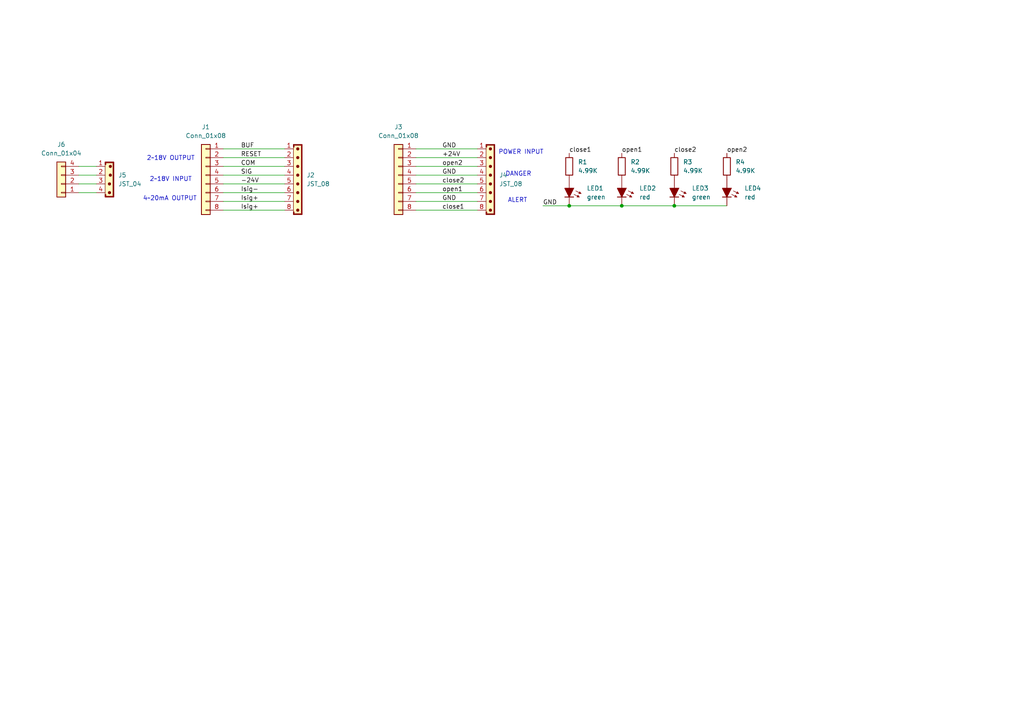
<source format=kicad_sch>
(kicad_sch
	(version 20250114)
	(generator "eeschema")
	(generator_version "9.0")
	(uuid "1bcedf79-0d27-457f-9573-c8c770370871")
	(paper "A4")
	(lib_symbols
		(symbol "Connector_Generic:Conn_01x04"
			(pin_names
				(offset 1.016)
				(hide yes)
			)
			(exclude_from_sim no)
			(in_bom yes)
			(on_board yes)
			(property "Reference" "J"
				(at 0 5.08 0)
				(effects
					(font
						(size 1.27 1.27)
					)
				)
			)
			(property "Value" "Conn_01x04"
				(at 0 -7.62 0)
				(effects
					(font
						(size 1.27 1.27)
					)
				)
			)
			(property "Footprint" ""
				(at 0 0 0)
				(effects
					(font
						(size 1.27 1.27)
					)
					(hide yes)
				)
			)
			(property "Datasheet" "~"
				(at 0 0 0)
				(effects
					(font
						(size 1.27 1.27)
					)
					(hide yes)
				)
			)
			(property "Description" "Generic connector, single row, 01x04, script generated (kicad-library-utils/schlib/autogen/connector/)"
				(at 0 0 0)
				(effects
					(font
						(size 1.27 1.27)
					)
					(hide yes)
				)
			)
			(property "ki_keywords" "connector"
				(at 0 0 0)
				(effects
					(font
						(size 1.27 1.27)
					)
					(hide yes)
				)
			)
			(property "ki_fp_filters" "Connector*:*_1x??_*"
				(at 0 0 0)
				(effects
					(font
						(size 1.27 1.27)
					)
					(hide yes)
				)
			)
			(symbol "Conn_01x04_1_1"
				(rectangle
					(start -1.27 3.81)
					(end 1.27 -6.35)
					(stroke
						(width 0.254)
						(type default)
					)
					(fill
						(type background)
					)
				)
				(rectangle
					(start -1.27 2.667)
					(end 0 2.413)
					(stroke
						(width 0.1524)
						(type default)
					)
					(fill
						(type none)
					)
				)
				(rectangle
					(start -1.27 0.127)
					(end 0 -0.127)
					(stroke
						(width 0.1524)
						(type default)
					)
					(fill
						(type none)
					)
				)
				(rectangle
					(start -1.27 -2.413)
					(end 0 -2.667)
					(stroke
						(width 0.1524)
						(type default)
					)
					(fill
						(type none)
					)
				)
				(rectangle
					(start -1.27 -4.953)
					(end 0 -5.207)
					(stroke
						(width 0.1524)
						(type default)
					)
					(fill
						(type none)
					)
				)
				(pin passive line
					(at -5.08 2.54 0)
					(length 3.81)
					(name "Pin_1"
						(effects
							(font
								(size 1.27 1.27)
							)
						)
					)
					(number "1"
						(effects
							(font
								(size 1.27 1.27)
							)
						)
					)
				)
				(pin passive line
					(at -5.08 0 0)
					(length 3.81)
					(name "Pin_2"
						(effects
							(font
								(size 1.27 1.27)
							)
						)
					)
					(number "2"
						(effects
							(font
								(size 1.27 1.27)
							)
						)
					)
				)
				(pin passive line
					(at -5.08 -2.54 0)
					(length 3.81)
					(name "Pin_3"
						(effects
							(font
								(size 1.27 1.27)
							)
						)
					)
					(number "3"
						(effects
							(font
								(size 1.27 1.27)
							)
						)
					)
				)
				(pin passive line
					(at -5.08 -5.08 0)
					(length 3.81)
					(name "Pin_4"
						(effects
							(font
								(size 1.27 1.27)
							)
						)
					)
					(number "4"
						(effects
							(font
								(size 1.27 1.27)
							)
						)
					)
				)
			)
			(embedded_fonts no)
		)
		(symbol "Connector_Generic:Conn_01x08"
			(pin_names
				(offset 1.016)
				(hide yes)
			)
			(exclude_from_sim no)
			(in_bom yes)
			(on_board yes)
			(property "Reference" "J"
				(at 0 10.16 0)
				(effects
					(font
						(size 1.27 1.27)
					)
				)
			)
			(property "Value" "Conn_01x08"
				(at 0 -12.7 0)
				(effects
					(font
						(size 1.27 1.27)
					)
				)
			)
			(property "Footprint" ""
				(at 0 0 0)
				(effects
					(font
						(size 1.27 1.27)
					)
					(hide yes)
				)
			)
			(property "Datasheet" "~"
				(at 0 0 0)
				(effects
					(font
						(size 1.27 1.27)
					)
					(hide yes)
				)
			)
			(property "Description" "Generic connector, single row, 01x08, script generated (kicad-library-utils/schlib/autogen/connector/)"
				(at 0 0 0)
				(effects
					(font
						(size 1.27 1.27)
					)
					(hide yes)
				)
			)
			(property "ki_keywords" "connector"
				(at 0 0 0)
				(effects
					(font
						(size 1.27 1.27)
					)
					(hide yes)
				)
			)
			(property "ki_fp_filters" "Connector*:*_1x??_*"
				(at 0 0 0)
				(effects
					(font
						(size 1.27 1.27)
					)
					(hide yes)
				)
			)
			(symbol "Conn_01x08_1_1"
				(rectangle
					(start -1.27 8.89)
					(end 1.27 -11.43)
					(stroke
						(width 0.254)
						(type default)
					)
					(fill
						(type background)
					)
				)
				(rectangle
					(start -1.27 7.747)
					(end 0 7.493)
					(stroke
						(width 0.1524)
						(type default)
					)
					(fill
						(type none)
					)
				)
				(rectangle
					(start -1.27 5.207)
					(end 0 4.953)
					(stroke
						(width 0.1524)
						(type default)
					)
					(fill
						(type none)
					)
				)
				(rectangle
					(start -1.27 2.667)
					(end 0 2.413)
					(stroke
						(width 0.1524)
						(type default)
					)
					(fill
						(type none)
					)
				)
				(rectangle
					(start -1.27 0.127)
					(end 0 -0.127)
					(stroke
						(width 0.1524)
						(type default)
					)
					(fill
						(type none)
					)
				)
				(rectangle
					(start -1.27 -2.413)
					(end 0 -2.667)
					(stroke
						(width 0.1524)
						(type default)
					)
					(fill
						(type none)
					)
				)
				(rectangle
					(start -1.27 -4.953)
					(end 0 -5.207)
					(stroke
						(width 0.1524)
						(type default)
					)
					(fill
						(type none)
					)
				)
				(rectangle
					(start -1.27 -7.493)
					(end 0 -7.747)
					(stroke
						(width 0.1524)
						(type default)
					)
					(fill
						(type none)
					)
				)
				(rectangle
					(start -1.27 -10.033)
					(end 0 -10.287)
					(stroke
						(width 0.1524)
						(type default)
					)
					(fill
						(type none)
					)
				)
				(pin passive line
					(at -5.08 7.62 0)
					(length 3.81)
					(name "Pin_1"
						(effects
							(font
								(size 1.27 1.27)
							)
						)
					)
					(number "1"
						(effects
							(font
								(size 1.27 1.27)
							)
						)
					)
				)
				(pin passive line
					(at -5.08 5.08 0)
					(length 3.81)
					(name "Pin_2"
						(effects
							(font
								(size 1.27 1.27)
							)
						)
					)
					(number "2"
						(effects
							(font
								(size 1.27 1.27)
							)
						)
					)
				)
				(pin passive line
					(at -5.08 2.54 0)
					(length 3.81)
					(name "Pin_3"
						(effects
							(font
								(size 1.27 1.27)
							)
						)
					)
					(number "3"
						(effects
							(font
								(size 1.27 1.27)
							)
						)
					)
				)
				(pin passive line
					(at -5.08 0 0)
					(length 3.81)
					(name "Pin_4"
						(effects
							(font
								(size 1.27 1.27)
							)
						)
					)
					(number "4"
						(effects
							(font
								(size 1.27 1.27)
							)
						)
					)
				)
				(pin passive line
					(at -5.08 -2.54 0)
					(length 3.81)
					(name "Pin_5"
						(effects
							(font
								(size 1.27 1.27)
							)
						)
					)
					(number "5"
						(effects
							(font
								(size 1.27 1.27)
							)
						)
					)
				)
				(pin passive line
					(at -5.08 -5.08 0)
					(length 3.81)
					(name "Pin_6"
						(effects
							(font
								(size 1.27 1.27)
							)
						)
					)
					(number "6"
						(effects
							(font
								(size 1.27 1.27)
							)
						)
					)
				)
				(pin passive line
					(at -5.08 -7.62 0)
					(length 3.81)
					(name "Pin_7"
						(effects
							(font
								(size 1.27 1.27)
							)
						)
					)
					(number "7"
						(effects
							(font
								(size 1.27 1.27)
							)
						)
					)
				)
				(pin passive line
					(at -5.08 -10.16 0)
					(length 3.81)
					(name "Pin_8"
						(effects
							(font
								(size 1.27 1.27)
							)
						)
					)
					(number "8"
						(effects
							(font
								(size 1.27 1.27)
							)
						)
					)
				)
			)
			(embedded_fonts no)
		)
		(symbol "PCM_LED_AKL:LED_1206"
			(pin_numbers
				(hide yes)
			)
			(pin_names
				(offset 1.016)
				(hide yes)
			)
			(exclude_from_sim no)
			(in_bom yes)
			(on_board yes)
			(property "Reference" "LED"
				(at 0 7.62 0)
				(effects
					(font
						(size 1.27 1.27)
					)
				)
			)
			(property "Value" "LED_1206"
				(at 0 5.08 0)
				(effects
					(font
						(size 1.27 1.27)
					)
				)
			)
			(property "Footprint" "PCM_LED_SMD_AKL:LED_1206_3216Metric"
				(at 0 0 0)
				(effects
					(font
						(size 1.27 1.27)
					)
					(hide yes)
				)
			)
			(property "Datasheet" "~"
				(at 0 0 0)
				(effects
					(font
						(size 1.27 1.27)
					)
					(hide yes)
				)
			)
			(property "Description" "SMD LED, 1206, Alternate KiCad Library"
				(at 0 0 0)
				(effects
					(font
						(size 1.27 1.27)
					)
					(hide yes)
				)
			)
			(property "ki_keywords" "LED diode generic smd 1206"
				(at 0 0 0)
				(effects
					(font
						(size 1.27 1.27)
					)
					(hide yes)
				)
			)
			(property "ki_fp_filters" "LED* LED_SMD:* LED_THT:*"
				(at 0 0 0)
				(effects
					(font
						(size 1.27 1.27)
					)
					(hide yes)
				)
			)
			(symbol "LED_1206_0_1"
				(polyline
					(pts
						(xy -1.27 1.27) (xy -1.27 -1.27) (xy 1.27 0) (xy -1.27 1.27)
					)
					(stroke
						(width 0.254)
						(type default)
					)
					(fill
						(type outline)
					)
				)
				(polyline
					(pts
						(xy -0.508 1.905) (xy 0.254 3.429)
					)
					(stroke
						(width 0.1524)
						(type default)
					)
					(fill
						(type none)
					)
				)
				(polyline
					(pts
						(xy 0 2.921) (xy -0.254 3.048)
					)
					(stroke
						(width 0.1524)
						(type default)
					)
					(fill
						(type none)
					)
				)
				(polyline
					(pts
						(xy 0 2.921) (xy 0.254 2.794)
					)
					(stroke
						(width 0.1524)
						(type default)
					)
					(fill
						(type none)
					)
				)
				(polyline
					(pts
						(xy 0.254 2.794) (xy -0.254 3.048) (xy 0.254 3.429) (xy 0.254 2.794)
					)
					(stroke
						(width 0.1524)
						(type default)
					)
					(fill
						(type outline)
					)
				)
				(polyline
					(pts
						(xy 0.508 1.397) (xy 1.27 2.921)
					)
					(stroke
						(width 0.1524)
						(type default)
					)
					(fill
						(type none)
					)
				)
				(polyline
					(pts
						(xy 1.016 2.413) (xy 0.762 2.54)
					)
					(stroke
						(width 0.1524)
						(type default)
					)
					(fill
						(type none)
					)
				)
				(polyline
					(pts
						(xy 1.016 2.413) (xy 1.27 2.286)
					)
					(stroke
						(width 0.1524)
						(type default)
					)
					(fill
						(type none)
					)
				)
				(polyline
					(pts
						(xy 1.27 2.286) (xy 0.762 2.54) (xy 1.27 2.921) (xy 1.27 2.286)
					)
					(stroke
						(width 0.1524)
						(type default)
					)
					(fill
						(type outline)
					)
				)
				(polyline
					(pts
						(xy 1.27 1.27) (xy 1.27 -1.27)
					)
					(stroke
						(width 0.254)
						(type default)
					)
					(fill
						(type none)
					)
				)
				(polyline
					(pts
						(xy 1.27 0) (xy -1.27 0)
					)
					(stroke
						(width 0)
						(type default)
					)
					(fill
						(type none)
					)
				)
			)
			(symbol "LED_1206_0_2"
				(polyline
					(pts
						(xy -2.54 -2.54) (xy 2.54 2.54)
					)
					(stroke
						(width 0)
						(type default)
					)
					(fill
						(type none)
					)
				)
				(polyline
					(pts
						(xy -2.159 2.413) (xy -2.286 1.778) (xy -1.6764 1.9812) (xy -2.159 2.413)
					)
					(stroke
						(width 0)
						(type default)
					)
					(fill
						(type outline)
					)
				)
				(polyline
					(pts
						(xy -1.651 0.889) (xy -2.159 2.413)
					)
					(stroke
						(width 0)
						(type default)
					)
					(fill
						(type none)
					)
				)
				(polyline
					(pts
						(xy -1.016 2.794) (xy -1.143 2.159) (xy -0.5334 2.3622) (xy -1.016 2.794)
					)
					(stroke
						(width 0)
						(type default)
					)
					(fill
						(type outline)
					)
				)
				(polyline
					(pts
						(xy -0.889 -0.889) (xy -1.778 0) (xy 0.889 0.889) (xy 0 -1.778) (xy -0.889 -0.889)
					)
					(stroke
						(width 0.254)
						(type default)
					)
					(fill
						(type outline)
					)
				)
				(polyline
					(pts
						(xy -0.508 1.27) (xy -1.016 2.794)
					)
					(stroke
						(width 0)
						(type default)
					)
					(fill
						(type none)
					)
				)
				(polyline
					(pts
						(xy 0 1.778) (xy 1.778 0)
					)
					(stroke
						(width 0.254)
						(type default)
					)
					(fill
						(type none)
					)
				)
			)
			(symbol "LED_1206_1_1"
				(pin passive line
					(at -3.81 0 0)
					(length 2.54)
					(name "A"
						(effects
							(font
								(size 1.27 1.27)
							)
						)
					)
					(number "2"
						(effects
							(font
								(size 1.27 1.27)
							)
						)
					)
				)
				(pin passive line
					(at 3.81 0 180)
					(length 2.54)
					(name "K"
						(effects
							(font
								(size 1.27 1.27)
							)
						)
					)
					(number "1"
						(effects
							(font
								(size 1.27 1.27)
							)
						)
					)
				)
			)
			(symbol "LED_1206_1_2"
				(pin passive line
					(at -2.54 -2.54 0)
					(length 0)
					(name "A"
						(effects
							(font
								(size 1.27 1.27)
							)
						)
					)
					(number "2"
						(effects
							(font
								(size 1.27 1.27)
							)
						)
					)
				)
				(pin passive line
					(at 2.54 2.54 180)
					(length 0)
					(name "K"
						(effects
							(font
								(size 1.27 1.27)
							)
						)
					)
					(number "1"
						(effects
							(font
								(size 1.27 1.27)
							)
						)
					)
				)
			)
			(embedded_fonts no)
		)
		(symbol "PCM_Resistor_AKL:R_1206"
			(pin_numbers
				(hide yes)
			)
			(pin_names
				(offset 0)
			)
			(exclude_from_sim no)
			(in_bom yes)
			(on_board yes)
			(property "Reference" "R"
				(at 2.54 1.27 0)
				(effects
					(font
						(size 1.27 1.27)
					)
					(justify left)
				)
			)
			(property "Value" "R_1206"
				(at 2.54 -1.27 0)
				(effects
					(font
						(size 1.27 1.27)
					)
					(justify left)
				)
			)
			(property "Footprint" "PCM_Resistor_SMD_AKL:R_1206_3216Metric"
				(at 0 -11.43 0)
				(effects
					(font
						(size 1.27 1.27)
					)
					(hide yes)
				)
			)
			(property "Datasheet" "~"
				(at 0 0 0)
				(effects
					(font
						(size 1.27 1.27)
					)
					(hide yes)
				)
			)
			(property "Description" "SMD 1206 Chip Resistor, European Symbol, Alternate KiCad Library"
				(at 0 0 0)
				(effects
					(font
						(size 1.27 1.27)
					)
					(hide yes)
				)
			)
			(property "ki_keywords" "R res resistor eu  smd 1206"
				(at 0 0 0)
				(effects
					(font
						(size 1.27 1.27)
					)
					(hide yes)
				)
			)
			(property "ki_fp_filters" "R_*"
				(at 0 0 0)
				(effects
					(font
						(size 1.27 1.27)
					)
					(hide yes)
				)
			)
			(symbol "R_1206_0_1"
				(rectangle
					(start -1.016 2.54)
					(end 1.016 -2.54)
					(stroke
						(width 0.254)
						(type default)
					)
					(fill
						(type none)
					)
				)
			)
			(symbol "R_1206_0_2"
				(polyline
					(pts
						(xy -2.54 -2.54) (xy -1.524 -1.524)
					)
					(stroke
						(width 0)
						(type default)
					)
					(fill
						(type none)
					)
				)
				(polyline
					(pts
						(xy 1.524 1.524) (xy 2.54 2.54)
					)
					(stroke
						(width 0)
						(type default)
					)
					(fill
						(type none)
					)
				)
				(polyline
					(pts
						(xy 1.524 1.524) (xy 0.889 2.159) (xy -2.159 -0.889) (xy -0.889 -2.159) (xy 2.159 0.889) (xy 1.524 1.524)
					)
					(stroke
						(width 0.254)
						(type default)
					)
					(fill
						(type none)
					)
				)
			)
			(symbol "R_1206_1_1"
				(pin passive line
					(at 0 3.81 270)
					(length 1.27)
					(name "~"
						(effects
							(font
								(size 1.27 1.27)
							)
						)
					)
					(number "1"
						(effects
							(font
								(size 1.27 1.27)
							)
						)
					)
				)
				(pin passive line
					(at 0 -3.81 90)
					(length 1.27)
					(name "~"
						(effects
							(font
								(size 1.27 1.27)
							)
						)
					)
					(number "2"
						(effects
							(font
								(size 1.27 1.27)
							)
						)
					)
				)
			)
			(symbol "R_1206_1_2"
				(pin passive line
					(at -2.54 -2.54 0)
					(length 0)
					(name ""
						(effects
							(font
								(size 1.27 1.27)
							)
						)
					)
					(number "2"
						(effects
							(font
								(size 1.27 1.27)
							)
						)
					)
				)
				(pin passive line
					(at 2.54 2.54 180)
					(length 0)
					(name ""
						(effects
							(font
								(size 1.27 1.27)
							)
						)
					)
					(number "1"
						(effects
							(font
								(size 1.27 1.27)
							)
						)
					)
				)
			)
			(embedded_fonts no)
		)
		(symbol "PCM_SL_Connectors:JST_04"
			(exclude_from_sim no)
			(in_bom yes)
			(on_board yes)
			(property "Reference" "J"
				(at 0 10.414 0)
				(effects
					(font
						(size 1.27 1.27)
					)
				)
			)
			(property "Value" "JST_04"
				(at 0 7.874 0)
				(effects
					(font
						(size 1.27 1.27)
					)
				)
			)
			(property "Footprint" "Connector_JST:JST_EH_B4B-EH-A_1x04_P2.50mm_Vertical"
				(at 0 9.144 0)
				(effects
					(font
						(size 1.27 1.27)
					)
					(hide yes)
				)
			)
			(property "Datasheet" ""
				(at 0 9.144 0)
				(effects
					(font
						(size 1.27 1.27)
					)
					(hide yes)
				)
			)
			(property "Description" "JST Connector  4 pins"
				(at 0 0 0)
				(effects
					(font
						(size 1.27 1.27)
					)
					(hide yes)
				)
			)
			(property "ki_keywords" "JST"
				(at 0 0 0)
				(effects
					(font
						(size 1.27 1.27)
					)
					(hide yes)
				)
			)
			(property "ki_fp_filters" "Connector_JST:JST_EH_S4B-EH_1x04_P2.50mm_Horizontal"
				(at 0 0 0)
				(effects
					(font
						(size 1.27 1.27)
					)
					(hide yes)
				)
			)
			(symbol "JST_04_0_1"
				(rectangle
					(start -1.27 5.334)
					(end 1.27 -4.826)
					(stroke
						(width 0)
						(type default)
					)
					(fill
						(type background)
					)
				)
				(polyline
					(pts
						(xy -1.27 -4.064) (xy -1.27 -4.826) (xy 1.27 -4.826) (xy 1.27 -4.064) (xy 1.016 -4.064) (xy 1.016 -4.572)
						(xy -1.016 -4.572) (xy -1.016 -4.064) (xy -1.27 -4.064)
					)
					(stroke
						(width 0)
						(type default)
					)
					(fill
						(type outline)
					)
				)
				(circle
					(center 0 -1.016)
					(radius 0.381)
					(stroke
						(width 0)
						(type default)
					)
					(fill
						(type outline)
					)
				)
				(circle
					(center 0 -3.556)
					(radius 0.381)
					(stroke
						(width 0)
						(type default)
					)
					(fill
						(type outline)
					)
				)
				(circle
					(center 0.254 4.064)
					(radius 0.381)
					(stroke
						(width 0)
						(type default)
					)
					(fill
						(type outline)
					)
				)
				(circle
					(center 0.254 1.524)
					(radius 0.381)
					(stroke
						(width 0)
						(type default)
					)
					(fill
						(type outline)
					)
				)
				(rectangle
					(start 1.016 4.572)
					(end 1.27 -4.064)
					(stroke
						(width 0)
						(type default)
					)
					(fill
						(type outline)
					)
				)
				(polyline
					(pts
						(xy 1.27 4.572) (xy 1.27 5.334) (xy -1.27 5.334) (xy -1.27 4.572) (xy -1.016 4.572) (xy -1.016 5.08)
						(xy 1.016 5.08) (xy 1.016 4.572) (xy 1.27 4.572)
					)
					(stroke
						(width 0)
						(type default)
					)
					(fill
						(type outline)
					)
				)
			)
			(symbol "JST_04_1_1"
				(pin passive line
					(at -3.81 4.064 0)
					(length 2.54)
					(name ""
						(effects
							(font
								(size 1.27 1.27)
							)
						)
					)
					(number "1"
						(effects
							(font
								(size 1.27 1.27)
							)
						)
					)
				)
				(pin passive line
					(at -3.81 1.524 0)
					(length 2.54)
					(name ""
						(effects
							(font
								(size 1.27 1.27)
							)
						)
					)
					(number "2"
						(effects
							(font
								(size 1.27 1.27)
							)
						)
					)
				)
				(pin passive line
					(at -3.81 -1.016 0)
					(length 2.54)
					(name ""
						(effects
							(font
								(size 1.27 1.27)
							)
						)
					)
					(number "3"
						(effects
							(font
								(size 1.27 1.27)
							)
						)
					)
				)
				(pin passive line
					(at -3.81 -3.556 0)
					(length 2.54)
					(name ""
						(effects
							(font
								(size 1.27 1.27)
							)
						)
					)
					(number "4"
						(effects
							(font
								(size 1.27 1.27)
							)
						)
					)
				)
			)
			(embedded_fonts no)
		)
		(symbol "PCM_SL_Connectors:JST_08"
			(exclude_from_sim no)
			(in_bom yes)
			(on_board yes)
			(property "Reference" "J"
				(at 0 15.24 0)
				(effects
					(font
						(size 1.27 1.27)
					)
				)
			)
			(property "Value" "JST_08"
				(at 0 12.7 0)
				(effects
					(font
						(size 1.27 1.27)
					)
				)
			)
			(property "Footprint" "Connector_JST:JST_EH_B8B-EH-A_1x08_P2.50mm_Vertical"
				(at 0 13.97 0)
				(effects
					(font
						(size 1.27 1.27)
					)
					(hide yes)
				)
			)
			(property "Datasheet" ""
				(at 0 13.97 0)
				(effects
					(font
						(size 1.27 1.27)
					)
					(hide yes)
				)
			)
			(property "Description" "JST Connector  8 pins"
				(at 0 0 0)
				(effects
					(font
						(size 1.27 1.27)
					)
					(hide yes)
				)
			)
			(property "ki_keywords" "JST"
				(at 0 0 0)
				(effects
					(font
						(size 1.27 1.27)
					)
					(hide yes)
				)
			)
			(property "ki_fp_filters" "Connector_JST:JST_EH_S8B-EH_1x08_P2.50mm_Horizontal"
				(at 0 0 0)
				(effects
					(font
						(size 1.27 1.27)
					)
					(hide yes)
				)
			)
			(symbol "JST_08_0_1"
				(rectangle
					(start -1.27 10.16)
					(end 1.27 -10.16)
					(stroke
						(width 0)
						(type default)
					)
					(fill
						(type background)
					)
				)
				(polyline
					(pts
						(xy -1.27 -9.398) (xy -1.27 -10.16) (xy 1.27 -10.16) (xy 1.27 -9.398) (xy 1.016 -9.398) (xy 1.016 -9.906)
						(xy -1.016 -9.906) (xy -1.016 -9.398) (xy -1.27 -9.398)
					)
					(stroke
						(width 0)
						(type default)
					)
					(fill
						(type outline)
					)
				)
				(circle
					(center 0 8.89)
					(radius 0.381)
					(stroke
						(width 0)
						(type default)
					)
					(fill
						(type outline)
					)
				)
				(circle
					(center 0 6.35)
					(radius 0.381)
					(stroke
						(width 0)
						(type default)
					)
					(fill
						(type outline)
					)
				)
				(circle
					(center 0 3.81)
					(radius 0.381)
					(stroke
						(width 0)
						(type default)
					)
					(fill
						(type outline)
					)
				)
				(circle
					(center 0 1.27)
					(radius 0.381)
					(stroke
						(width 0)
						(type default)
					)
					(fill
						(type outline)
					)
				)
				(circle
					(center 0 -1.27)
					(radius 0.381)
					(stroke
						(width 0)
						(type default)
					)
					(fill
						(type outline)
					)
				)
				(circle
					(center 0 -3.81)
					(radius 0.381)
					(stroke
						(width 0)
						(type default)
					)
					(fill
						(type outline)
					)
				)
				(circle
					(center 0 -6.35)
					(radius 0.381)
					(stroke
						(width 0)
						(type default)
					)
					(fill
						(type outline)
					)
				)
				(circle
					(center 0 -8.89)
					(radius 0.381)
					(stroke
						(width 0)
						(type default)
					)
					(fill
						(type outline)
					)
				)
				(rectangle
					(start 1.016 9.398)
					(end 1.27 -9.398)
					(stroke
						(width 0)
						(type default)
					)
					(fill
						(type outline)
					)
				)
				(rectangle
					(start 1.016 -4.318)
					(end 1.27 -4.318)
					(stroke
						(width 0)
						(type default)
					)
					(fill
						(type none)
					)
				)
				(polyline
					(pts
						(xy 1.27 9.398) (xy 1.27 10.16) (xy -1.27 10.16) (xy -1.27 9.398) (xy -1.016 9.398) (xy -1.016 9.906)
						(xy 1.016 9.906) (xy 1.016 9.398) (xy 1.27 9.398)
					)
					(stroke
						(width 0)
						(type default)
					)
					(fill
						(type outline)
					)
				)
			)
			(symbol "JST_08_1_1"
				(pin passive line
					(at -3.81 8.89 0)
					(length 2.54)
					(name ""
						(effects
							(font
								(size 1.27 1.27)
							)
						)
					)
					(number "1"
						(effects
							(font
								(size 1.27 1.27)
							)
						)
					)
				)
				(pin passive line
					(at -3.81 6.35 0)
					(length 2.54)
					(name ""
						(effects
							(font
								(size 1.27 1.27)
							)
						)
					)
					(number "2"
						(effects
							(font
								(size 1.27 1.27)
							)
						)
					)
				)
				(pin passive line
					(at -3.81 3.81 0)
					(length 2.54)
					(name ""
						(effects
							(font
								(size 1.27 1.27)
							)
						)
					)
					(number "3"
						(effects
							(font
								(size 1.27 1.27)
							)
						)
					)
				)
				(pin passive line
					(at -3.81 1.27 0)
					(length 2.54)
					(name ""
						(effects
							(font
								(size 1.27 1.27)
							)
						)
					)
					(number "4"
						(effects
							(font
								(size 1.27 1.27)
							)
						)
					)
				)
				(pin passive line
					(at -3.81 -1.27 0)
					(length 2.54)
					(name ""
						(effects
							(font
								(size 1.27 1.27)
							)
						)
					)
					(number "5"
						(effects
							(font
								(size 1.27 1.27)
							)
						)
					)
				)
				(pin passive line
					(at -3.81 -3.81 0)
					(length 2.54)
					(name ""
						(effects
							(font
								(size 1.27 1.27)
							)
						)
					)
					(number "6"
						(effects
							(font
								(size 1.27 1.27)
							)
						)
					)
				)
				(pin passive line
					(at -3.81 -6.35 0)
					(length 2.54)
					(name ""
						(effects
							(font
								(size 1.27 1.27)
							)
						)
					)
					(number "7"
						(effects
							(font
								(size 1.27 1.27)
							)
						)
					)
				)
				(pin passive line
					(at -3.81 -8.89 0)
					(length 2.54)
					(name ""
						(effects
							(font
								(size 1.27 1.27)
							)
						)
					)
					(number "8"
						(effects
							(font
								(size 1.27 1.27)
							)
						)
					)
				)
			)
			(embedded_fonts no)
		)
	)
	(text "ALERT\n"
		(exclude_from_sim no)
		(at 150.114 58.166 0)
		(effects
			(font
				(size 1.27 1.27)
			)
		)
		(uuid "12387b0b-a45e-4d51-a09d-680a49ddb0b1")
	)
	(text "DANGER"
		(exclude_from_sim no)
		(at 150.368 50.546 0)
		(effects
			(font
				(size 1.27 1.27)
			)
		)
		(uuid "54f0e442-7013-4712-8d39-63cf826fb9db")
	)
	(text "2~18V INPUT\n"
		(exclude_from_sim no)
		(at 49.53 52.07 0)
		(effects
			(font
				(size 1.27 1.27)
			)
		)
		(uuid "8d1f2afc-6349-4ddd-ba62-a89c1786927c")
	)
	(text "POWER INPUT"
		(exclude_from_sim no)
		(at 151.13 44.196 0)
		(effects
			(font
				(size 1.27 1.27)
			)
		)
		(uuid "8f1a3a3f-aa83-4690-b58b-27880839dccc")
	)
	(text "2~18V OUTPUT\n"
		(exclude_from_sim no)
		(at 49.53 45.974 0)
		(effects
			(font
				(size 1.27 1.27)
			)
		)
		(uuid "a4f6bbb0-44e5-47aa-90b5-c341a8a939da")
	)
	(text "4~20mA OUTPUT\n"
		(exclude_from_sim no)
		(at 49.276 57.658 0)
		(effects
			(font
				(size 1.27 1.27)
			)
		)
		(uuid "d3b473d3-6180-46ad-85ee-520b23cbf8bb")
	)
	(junction
		(at 165.1 59.69)
		(diameter 0)
		(color 0 0 0 0)
		(uuid "83d5c0da-09cc-4ac3-b4f7-373ddcd91940")
	)
	(junction
		(at 180.34 59.69)
		(diameter 0)
		(color 0 0 0 0)
		(uuid "c7ce9075-a4c9-4169-ae50-c51977540193")
	)
	(junction
		(at 195.58 59.69)
		(diameter 0)
		(color 0 0 0 0)
		(uuid "c85cf22c-4b47-4d6f-8696-7c2befa3132a")
	)
	(wire
		(pts
			(xy 22.86 53.34) (xy 27.94 53.34)
		)
		(stroke
			(width 0)
			(type default)
		)
		(uuid "12e25d77-f460-4ce1-b271-4c8796093087")
	)
	(wire
		(pts
			(xy 64.77 50.8) (xy 82.55 50.8)
		)
		(stroke
			(width 0)
			(type default)
		)
		(uuid "1b53d6e2-61bf-4c78-8e90-6e0e04b1bc85")
	)
	(wire
		(pts
			(xy 64.77 45.72) (xy 82.55 45.72)
		)
		(stroke
			(width 0)
			(type default)
		)
		(uuid "2251e1c5-d66a-4168-96e7-01da14726e7d")
	)
	(wire
		(pts
			(xy 64.77 55.88) (xy 82.55 55.88)
		)
		(stroke
			(width 0)
			(type default)
		)
		(uuid "2a5a37b4-966d-4b84-8c51-c40cbe18becc")
	)
	(wire
		(pts
			(xy 120.65 58.42) (xy 138.43 58.42)
		)
		(stroke
			(width 0)
			(type default)
		)
		(uuid "3342aa7f-13eb-4af2-b277-8ca6425b34a5")
	)
	(wire
		(pts
			(xy 180.34 59.69) (xy 195.58 59.69)
		)
		(stroke
			(width 0)
			(type default)
		)
		(uuid "36e5947d-51bf-4557-ac5f-63c20ca54895")
	)
	(wire
		(pts
			(xy 120.65 55.88) (xy 138.43 55.88)
		)
		(stroke
			(width 0)
			(type default)
		)
		(uuid "3ecb280b-1b96-40c7-adf6-ba3eed15a888")
	)
	(wire
		(pts
			(xy 64.77 60.96) (xy 82.55 60.96)
		)
		(stroke
			(width 0)
			(type default)
		)
		(uuid "495914c3-29d8-4b0d-9310-e35c489fd5c9")
	)
	(wire
		(pts
			(xy 120.65 45.72) (xy 138.43 45.72)
		)
		(stroke
			(width 0)
			(type default)
		)
		(uuid "4b536c01-bb53-4c21-add2-0da08edfe28e")
	)
	(wire
		(pts
			(xy 22.86 50.8) (xy 27.94 50.8)
		)
		(stroke
			(width 0)
			(type default)
		)
		(uuid "65ecaf7e-7f98-4a97-a587-d5f6e9d3e872")
	)
	(wire
		(pts
			(xy 64.77 58.42) (xy 82.55 58.42)
		)
		(stroke
			(width 0)
			(type default)
		)
		(uuid "6973fc95-55fc-4e08-bb9b-ebba65a8ce12")
	)
	(wire
		(pts
			(xy 22.86 48.26) (xy 27.94 48.26)
		)
		(stroke
			(width 0)
			(type default)
		)
		(uuid "69ccbbfc-577e-4d4f-92b6-e556713a1630")
	)
	(wire
		(pts
			(xy 195.58 59.69) (xy 210.82 59.69)
		)
		(stroke
			(width 0)
			(type default)
		)
		(uuid "8e74a2b6-2178-4c40-9eb2-505eae29bc3a")
	)
	(wire
		(pts
			(xy 120.65 50.8) (xy 138.43 50.8)
		)
		(stroke
			(width 0)
			(type default)
		)
		(uuid "92f20495-37bf-429a-af70-eb6da08ea868")
	)
	(wire
		(pts
			(xy 120.65 43.18) (xy 138.43 43.18)
		)
		(stroke
			(width 0)
			(type default)
		)
		(uuid "96092315-d604-4540-8ab7-f3fe1dfff870")
	)
	(wire
		(pts
			(xy 64.77 48.26) (xy 82.55 48.26)
		)
		(stroke
			(width 0)
			(type default)
		)
		(uuid "9ee20b78-d181-4321-b1c7-dea2df5b39f7")
	)
	(wire
		(pts
			(xy 22.86 55.88) (xy 27.94 55.88)
		)
		(stroke
			(width 0)
			(type default)
		)
		(uuid "a590c9e0-164e-4e43-b4b4-d6dcf340f17b")
	)
	(wire
		(pts
			(xy 64.77 43.18) (xy 82.55 43.18)
		)
		(stroke
			(width 0)
			(type default)
		)
		(uuid "ae8e64f8-a336-4e42-b0ef-27bdd5fd0f66")
	)
	(wire
		(pts
			(xy 120.65 60.96) (xy 138.43 60.96)
		)
		(stroke
			(width 0)
			(type default)
		)
		(uuid "be8c01ce-c18a-4e3a-ae84-bd52a0162cc8")
	)
	(wire
		(pts
			(xy 120.65 48.26) (xy 138.43 48.26)
		)
		(stroke
			(width 0)
			(type default)
		)
		(uuid "bf968720-9483-4c61-b7c3-ec1ae6208649")
	)
	(wire
		(pts
			(xy 64.77 53.34) (xy 82.55 53.34)
		)
		(stroke
			(width 0)
			(type default)
		)
		(uuid "bfdc629a-223c-4634-87b9-1f26072ebf99")
	)
	(wire
		(pts
			(xy 120.65 53.34) (xy 138.43 53.34)
		)
		(stroke
			(width 0)
			(type default)
		)
		(uuid "e626991c-b114-414e-8342-9aea4f5d8ac3")
	)
	(wire
		(pts
			(xy 165.1 59.69) (xy 180.34 59.69)
		)
		(stroke
			(width 0)
			(type default)
		)
		(uuid "ea86964e-2642-4014-8c84-5c79b2284716")
	)
	(wire
		(pts
			(xy 157.48 59.69) (xy 165.1 59.69)
		)
		(stroke
			(width 0)
			(type default)
		)
		(uuid "ec0e4647-dab6-4307-bebf-cf4c60f34fe5")
	)
	(label "BUF"
		(at 69.85 43.18 0)
		(effects
			(font
				(size 1.27 1.27)
			)
			(justify left bottom)
		)
		(uuid "09610609-4c6a-412f-809b-18dc47f49ce2")
	)
	(label "GND"
		(at 128.27 58.42 0)
		(effects
			(font
				(size 1.27 1.27)
			)
			(justify left bottom)
		)
		(uuid "134dae9b-ca31-445f-8d74-f724851f6f1b")
	)
	(label "close2"
		(at 195.58 44.45 0)
		(effects
			(font
				(size 1.27 1.27)
			)
			(justify left bottom)
		)
		(uuid "233ed229-c140-4156-a6be-f44b9bacf34b")
	)
	(label "close1"
		(at 165.1 44.45 0)
		(effects
			(font
				(size 1.27 1.27)
			)
			(justify left bottom)
		)
		(uuid "302daaf6-eb48-45b7-a309-830eab33666e")
	)
	(label "RESET"
		(at 69.85 45.72 0)
		(effects
			(font
				(size 1.27 1.27)
			)
			(justify left bottom)
		)
		(uuid "3d674502-0d78-474a-b6ba-17fe9ea540fd")
	)
	(label "close2"
		(at 128.27 53.34 0)
		(effects
			(font
				(size 1.27 1.27)
			)
			(justify left bottom)
		)
		(uuid "403996d6-f585-4ffc-a1f7-56ed04daf6d2")
	)
	(label "open2"
		(at 128.27 48.26 0)
		(effects
			(font
				(size 1.27 1.27)
			)
			(justify left bottom)
		)
		(uuid "58a6bc83-23f1-4aae-9212-c2b7e896fbc3")
	)
	(label "-24V"
		(at 69.85 53.34 0)
		(effects
			(font
				(size 1.27 1.27)
			)
			(justify left bottom)
		)
		(uuid "58eb7efc-f006-48fd-8d76-fea074391ac8")
	)
	(label "open1"
		(at 180.34 44.45 0)
		(effects
			(font
				(size 1.27 1.27)
			)
			(justify left bottom)
		)
		(uuid "7a2a3244-ca45-4bad-ab24-91fe1e67849d")
	)
	(label "GND"
		(at 128.27 43.18 0)
		(effects
			(font
				(size 1.27 1.27)
			)
			(justify left bottom)
		)
		(uuid "8088be69-6ebe-49a5-846e-f9856f3fda92")
	)
	(label "+24V"
		(at 128.27 45.72 0)
		(effects
			(font
				(size 1.27 1.27)
			)
			(justify left bottom)
		)
		(uuid "8b8e0364-f124-43fa-a228-ae95b6d8d1fe")
	)
	(label "GND"
		(at 157.48 59.69 0)
		(effects
			(font
				(size 1.27 1.27)
			)
			(justify left bottom)
		)
		(uuid "921f5e92-c3f8-4b54-a503-885b8ed3079e")
	)
	(label "COM"
		(at 69.85 48.26 0)
		(effects
			(font
				(size 1.27 1.27)
			)
			(justify left bottom)
		)
		(uuid "922f62b0-7841-4e44-bfab-cb1552dab9f6")
	)
	(label "open1"
		(at 128.27 55.88 0)
		(effects
			(font
				(size 1.27 1.27)
			)
			(justify left bottom)
		)
		(uuid "a2f5a8d7-94e8-4898-a053-e05b692c3ce5")
	)
	(label "open2"
		(at 210.82 44.45 0)
		(effects
			(font
				(size 1.27 1.27)
			)
			(justify left bottom)
		)
		(uuid "a8e95db3-9712-4776-be29-091e9a9a8734")
	)
	(label "Isig+"
		(at 69.85 58.42 0)
		(effects
			(font
				(size 1.27 1.27)
			)
			(justify left bottom)
		)
		(uuid "acea049c-c0e0-49e0-a23d-3c7b9e06d656")
	)
	(label "close1"
		(at 128.27 60.96 0)
		(effects
			(font
				(size 1.27 1.27)
			)
			(justify left bottom)
		)
		(uuid "b681dfab-e38e-4a29-bd34-03e908f6b251")
	)
	(label "Isig+"
		(at 69.85 60.96 0)
		(effects
			(font
				(size 1.27 1.27)
			)
			(justify left bottom)
		)
		(uuid "da6edddd-b659-416d-ab7e-3ee8f22b504f")
	)
	(label "Isig-"
		(at 69.85 55.88 0)
		(effects
			(font
				(size 1.27 1.27)
			)
			(justify left bottom)
		)
		(uuid "ea55dcaa-c733-4d02-b590-95569c564238")
	)
	(label "SIG"
		(at 69.85 50.8 0)
		(effects
			(font
				(size 1.27 1.27)
			)
			(justify left bottom)
		)
		(uuid "fb1f679d-1eda-4801-ae50-c8e8240b9156")
	)
	(label "GND"
		(at 128.27 50.8 0)
		(effects
			(font
				(size 1.27 1.27)
			)
			(justify left bottom)
		)
		(uuid "fc893fbc-d07c-4496-a58f-9a6a2865a98d")
	)
	(symbol
		(lib_id "PCM_Resistor_AKL:R_1206")
		(at 180.34 48.26 0)
		(unit 1)
		(exclude_from_sim no)
		(in_bom yes)
		(on_board yes)
		(dnp no)
		(fields_autoplaced yes)
		(uuid "08e56302-8de7-4839-9270-2b6e6600e9ec")
		(property "Reference" "R2"
			(at 182.88 46.9899 0)
			(effects
				(font
					(size 1.27 1.27)
				)
				(justify left)
			)
		)
		(property "Value" "4.99K"
			(at 182.88 49.5299 0)
			(effects
				(font
					(size 1.27 1.27)
				)
				(justify left)
			)
		)
		(property "Footprint" "PCM_Resistor_SMD_AKL:R_1206_3216Metric"
			(at 180.34 59.69 0)
			(effects
				(font
					(size 1.27 1.27)
				)
				(hide yes)
			)
		)
		(property "Datasheet" "~"
			(at 180.34 48.26 0)
			(effects
				(font
					(size 1.27 1.27)
				)
				(hide yes)
			)
		)
		(property "Description" "SMD 1206 Chip Resistor, European Symbol, Alternate KiCad Library"
			(at 180.34 48.26 0)
			(effects
				(font
					(size 1.27 1.27)
				)
				(hide yes)
			)
		)
		(pin "2"
			(uuid "45b650f4-2c29-4212-81d7-79b82086d3a1")
		)
		(pin "1"
			(uuid "c1d21a25-825b-43f2-bd3f-654098f6c4b6")
		)
		(instances
			(project "work-test-a"
				(path "/1bcedf79-0d27-457f-9573-c8c770370871"
					(reference "R2")
					(unit 1)
				)
			)
		)
	)
	(symbol
		(lib_id "PCM_LED_AKL:LED_1206")
		(at 210.82 55.88 270)
		(unit 1)
		(exclude_from_sim no)
		(in_bom yes)
		(on_board yes)
		(dnp no)
		(fields_autoplaced yes)
		(uuid "3400981a-9c61-4d57-a918-58135cb10e13")
		(property "Reference" "LED4"
			(at 215.9 54.6099 90)
			(effects
				(font
					(size 1.27 1.27)
				)
				(justify left)
			)
		)
		(property "Value" "red"
			(at 215.9 57.1499 90)
			(effects
				(font
					(size 1.27 1.27)
				)
				(justify left)
			)
		)
		(property "Footprint" "PCM_LED_SMD_AKL:LED_1206_3216Metric"
			(at 210.82 55.88 0)
			(effects
				(font
					(size 1.27 1.27)
				)
				(hide yes)
			)
		)
		(property "Datasheet" "~"
			(at 210.82 55.88 0)
			(effects
				(font
					(size 1.27 1.27)
				)
				(hide yes)
			)
		)
		(property "Description" "SMD LED, 1206, Alternate KiCad Library"
			(at 210.82 55.88 0)
			(effects
				(font
					(size 1.27 1.27)
				)
				(hide yes)
			)
		)
		(pin "2"
			(uuid "27fb6e6c-0a52-4b1e-880b-532d0cfd0d24")
		)
		(pin "1"
			(uuid "7e848116-04ce-46ec-9f77-a9236b1cc853")
		)
		(instances
			(project "work-test-a"
				(path "/1bcedf79-0d27-457f-9573-c8c770370871"
					(reference "LED4")
					(unit 1)
				)
			)
		)
	)
	(symbol
		(lib_id "PCM_SL_Connectors:JST_08")
		(at 86.36 52.07 0)
		(unit 1)
		(exclude_from_sim no)
		(in_bom yes)
		(on_board yes)
		(dnp no)
		(fields_autoplaced yes)
		(uuid "48b3b9ae-f0e6-464e-89e7-d5167dd8e9e7")
		(property "Reference" "J2"
			(at 88.9 50.7999 0)
			(effects
				(font
					(size 1.27 1.27)
				)
				(justify left)
			)
		)
		(property "Value" "JST_08"
			(at 88.9 53.3399 0)
			(effects
				(font
					(size 1.27 1.27)
				)
				(justify left)
			)
		)
		(property "Footprint" "Connector_Phoenix_MC_HighVoltage:PhoenixContact_MCV_1,5_8-G-5.08_1x08_P5.08mm_Vertical"
			(at 86.36 38.1 0)
			(effects
				(font
					(size 1.27 1.27)
				)
				(hide yes)
			)
		)
		(property "Datasheet" ""
			(at 86.36 38.1 0)
			(effects
				(font
					(size 1.27 1.27)
				)
				(hide yes)
			)
		)
		(property "Description" "JST Connector  8 pins"
			(at 86.36 52.07 0)
			(effects
				(font
					(size 1.27 1.27)
				)
				(hide yes)
			)
		)
		(pin "1"
			(uuid "c9e9766e-2ddc-4f54-9f84-9756e294583e")
		)
		(pin "2"
			(uuid "870ac81d-9c98-4f5f-88ad-8a496de1b767")
		)
		(pin "3"
			(uuid "9a585bd2-5849-4c95-a94f-7f2b71f6f11a")
		)
		(pin "4"
			(uuid "2e70036a-dc92-41b9-a4c1-468765b167ea")
		)
		(pin "5"
			(uuid "48783cc9-5899-4d7f-acff-5dfd34e50ab3")
		)
		(pin "7"
			(uuid "1cadc3fe-b805-420f-a950-2709c79af96f")
		)
		(pin "6"
			(uuid "8e1c2fdc-d194-4614-b38c-b33bb9893955")
		)
		(pin "8"
			(uuid "b1c1ba94-bbe9-494b-b11f-097f3653cd81")
		)
		(instances
			(project ""
				(path "/1bcedf79-0d27-457f-9573-c8c770370871"
					(reference "J2")
					(unit 1)
				)
			)
		)
	)
	(symbol
		(lib_id "PCM_LED_AKL:LED_1206")
		(at 180.34 55.88 270)
		(unit 1)
		(exclude_from_sim no)
		(in_bom yes)
		(on_board yes)
		(dnp no)
		(fields_autoplaced yes)
		(uuid "5551be35-2ee1-4992-845e-bb110723b8b5")
		(property "Reference" "LED2"
			(at 185.42 54.6099 90)
			(effects
				(font
					(size 1.27 1.27)
				)
				(justify left)
			)
		)
		(property "Value" "red"
			(at 185.42 57.1499 90)
			(effects
				(font
					(size 1.27 1.27)
				)
				(justify left)
			)
		)
		(property "Footprint" "PCM_LED_SMD_AKL:LED_1206_3216Metric"
			(at 180.34 55.88 0)
			(effects
				(font
					(size 1.27 1.27)
				)
				(hide yes)
			)
		)
		(property "Datasheet" "~"
			(at 180.34 55.88 0)
			(effects
				(font
					(size 1.27 1.27)
				)
				(hide yes)
			)
		)
		(property "Description" "SMD LED, 1206, Alternate KiCad Library"
			(at 180.34 55.88 0)
			(effects
				(font
					(size 1.27 1.27)
				)
				(hide yes)
			)
		)
		(pin "2"
			(uuid "129f320c-6e18-4800-969b-53c5c9b54ad0")
		)
		(pin "1"
			(uuid "8705a331-4a4a-4e24-a1ce-a6fec7aa4b29")
		)
		(instances
			(project "work-test-a"
				(path "/1bcedf79-0d27-457f-9573-c8c770370871"
					(reference "LED2")
					(unit 1)
				)
			)
		)
	)
	(symbol
		(lib_id "PCM_Resistor_AKL:R_1206")
		(at 210.82 48.26 0)
		(unit 1)
		(exclude_from_sim no)
		(in_bom yes)
		(on_board yes)
		(dnp no)
		(fields_autoplaced yes)
		(uuid "56eb6f7d-ea7e-46f9-bd96-99e902af3041")
		(property "Reference" "R4"
			(at 213.36 46.9899 0)
			(effects
				(font
					(size 1.27 1.27)
				)
				(justify left)
			)
		)
		(property "Value" "4.99K"
			(at 213.36 49.5299 0)
			(effects
				(font
					(size 1.27 1.27)
				)
				(justify left)
			)
		)
		(property "Footprint" "PCM_Resistor_SMD_AKL:R_1206_3216Metric"
			(at 210.82 59.69 0)
			(effects
				(font
					(size 1.27 1.27)
				)
				(hide yes)
			)
		)
		(property "Datasheet" "~"
			(at 210.82 48.26 0)
			(effects
				(font
					(size 1.27 1.27)
				)
				(hide yes)
			)
		)
		(property "Description" "SMD 1206 Chip Resistor, European Symbol, Alternate KiCad Library"
			(at 210.82 48.26 0)
			(effects
				(font
					(size 1.27 1.27)
				)
				(hide yes)
			)
		)
		(pin "2"
			(uuid "dd874bde-9740-4de6-8db2-4b95bcef427c")
		)
		(pin "1"
			(uuid "479b2e29-e264-4415-acc0-fd15fa707daa")
		)
		(instances
			(project "work-test-a"
				(path "/1bcedf79-0d27-457f-9573-c8c770370871"
					(reference "R4")
					(unit 1)
				)
			)
		)
	)
	(symbol
		(lib_id "PCM_SL_Connectors:JST_08")
		(at 142.24 52.07 0)
		(unit 1)
		(exclude_from_sim no)
		(in_bom yes)
		(on_board yes)
		(dnp no)
		(fields_autoplaced yes)
		(uuid "674c20b6-4976-4a1c-95fe-23b6584dafc1")
		(property "Reference" "J4"
			(at 144.78 50.7999 0)
			(effects
				(font
					(size 1.27 1.27)
				)
				(justify left)
			)
		)
		(property "Value" "JST_08"
			(at 144.78 53.3399 0)
			(effects
				(font
					(size 1.27 1.27)
				)
				(justify left)
			)
		)
		(property "Footprint" "Connector_Phoenix_MC_HighVoltage:PhoenixContact_MCV_1,5_8-G-5.08_1x08_P5.08mm_Vertical"
			(at 142.24 38.1 0)
			(effects
				(font
					(size 1.27 1.27)
				)
				(hide yes)
			)
		)
		(property "Datasheet" ""
			(at 142.24 38.1 0)
			(effects
				(font
					(size 1.27 1.27)
				)
				(hide yes)
			)
		)
		(property "Description" "JST Connector  8 pins"
			(at 142.24 52.07 0)
			(effects
				(font
					(size 1.27 1.27)
				)
				(hide yes)
			)
		)
		(pin "1"
			(uuid "1303fc0e-ab47-4778-a600-32713d001372")
		)
		(pin "2"
			(uuid "115e4db0-a17c-49ee-aae6-9d14a07cfb52")
		)
		(pin "3"
			(uuid "60e314be-4d07-4cdd-a9ce-40254a01e0c5")
		)
		(pin "4"
			(uuid "42dbe61f-0090-4fac-8601-31a225b348ed")
		)
		(pin "5"
			(uuid "e494c270-bc17-4578-ad34-fa3485e68525")
		)
		(pin "7"
			(uuid "157f0f9b-64fa-428f-aa9c-11ea3c13d1e7")
		)
		(pin "6"
			(uuid "b2008e8e-e227-4abd-a406-f213c8da0ce5")
		)
		(pin "8"
			(uuid "30dba918-1123-444a-ad97-a01dc0861454")
		)
		(instances
			(project "work-test-a"
				(path "/1bcedf79-0d27-457f-9573-c8c770370871"
					(reference "J4")
					(unit 1)
				)
			)
		)
	)
	(symbol
		(lib_id "PCM_LED_AKL:LED_1206")
		(at 165.1 55.88 270)
		(unit 1)
		(exclude_from_sim no)
		(in_bom yes)
		(on_board yes)
		(dnp no)
		(fields_autoplaced yes)
		(uuid "699ad3a7-d58d-4728-b2cc-c47e56213c7f")
		(property "Reference" "LED1"
			(at 170.18 54.6099 90)
			(effects
				(font
					(size 1.27 1.27)
				)
				(justify left)
			)
		)
		(property "Value" "green"
			(at 170.18 57.1499 90)
			(effects
				(font
					(size 1.27 1.27)
				)
				(justify left)
			)
		)
		(property "Footprint" "PCM_LED_SMD_AKL:LED_1206_3216Metric"
			(at 165.1 55.88 0)
			(effects
				(font
					(size 1.27 1.27)
				)
				(hide yes)
			)
		)
		(property "Datasheet" "~"
			(at 165.1 55.88 0)
			(effects
				(font
					(size 1.27 1.27)
				)
				(hide yes)
			)
		)
		(property "Description" "SMD LED, 1206, Alternate KiCad Library"
			(at 165.1 55.88 0)
			(effects
				(font
					(size 1.27 1.27)
				)
				(hide yes)
			)
		)
		(pin "2"
			(uuid "d4046b47-df9a-447a-8898-8298242bf87c")
		)
		(pin "1"
			(uuid "a7945b2f-57f9-451c-85bd-50dee580c8fc")
		)
		(instances
			(project ""
				(path "/1bcedf79-0d27-457f-9573-c8c770370871"
					(reference "LED1")
					(unit 1)
				)
			)
		)
	)
	(symbol
		(lib_id "PCM_SL_Connectors:JST_04")
		(at 31.75 52.324 0)
		(unit 1)
		(exclude_from_sim no)
		(in_bom yes)
		(on_board yes)
		(dnp no)
		(fields_autoplaced yes)
		(uuid "78671355-7572-45d3-b878-cdd86204eb34")
		(property "Reference" "J5"
			(at 34.29 50.7999 0)
			(effects
				(font
					(size 1.27 1.27)
				)
				(justify left)
			)
		)
		(property "Value" "JST_04"
			(at 34.29 53.3399 0)
			(effects
				(font
					(size 1.27 1.27)
				)
				(justify left)
			)
		)
		(property "Footprint" "Connector_Phoenix_MC_HighVoltage:PhoenixContact_MCV_1,5_4-G-5.08_1x04_P5.08mm_Vertical"
			(at 31.75 43.18 0)
			(effects
				(font
					(size 1.27 1.27)
				)
				(hide yes)
			)
		)
		(property "Datasheet" ""
			(at 31.75 43.18 0)
			(effects
				(font
					(size 1.27 1.27)
				)
				(hide yes)
			)
		)
		(property "Description" "JST Connector  4 pins"
			(at 31.75 52.324 0)
			(effects
				(font
					(size 1.27 1.27)
				)
				(hide yes)
			)
		)
		(pin "4"
			(uuid "61958d3a-6461-4345-9ff2-8696d807cd84")
		)
		(pin "2"
			(uuid "17791b68-76b8-4241-b417-9f4eeb60c9b4")
		)
		(pin "1"
			(uuid "9157a2bd-66c6-439a-88ea-92292732de65")
		)
		(pin "3"
			(uuid "eb5866a5-588a-4dc6-bb18-384c936a5af5")
		)
		(instances
			(project ""
				(path "/1bcedf79-0d27-457f-9573-c8c770370871"
					(reference "J5")
					(unit 1)
				)
			)
		)
	)
	(symbol
		(lib_id "PCM_LED_AKL:LED_1206")
		(at 195.58 55.88 270)
		(unit 1)
		(exclude_from_sim no)
		(in_bom yes)
		(on_board yes)
		(dnp no)
		(fields_autoplaced yes)
		(uuid "856c5117-789b-4900-b350-ee3c965df9e3")
		(property "Reference" "LED3"
			(at 200.66 54.6099 90)
			(effects
				(font
					(size 1.27 1.27)
				)
				(justify left)
			)
		)
		(property "Value" "green"
			(at 200.66 57.1499 90)
			(effects
				(font
					(size 1.27 1.27)
				)
				(justify left)
			)
		)
		(property "Footprint" "PCM_LED_SMD_AKL:LED_1206_3216Metric"
			(at 195.58 55.88 0)
			(effects
				(font
					(size 1.27 1.27)
				)
				(hide yes)
			)
		)
		(property "Datasheet" "~"
			(at 195.58 55.88 0)
			(effects
				(font
					(size 1.27 1.27)
				)
				(hide yes)
			)
		)
		(property "Description" "SMD LED, 1206, Alternate KiCad Library"
			(at 195.58 55.88 0)
			(effects
				(font
					(size 1.27 1.27)
				)
				(hide yes)
			)
		)
		(pin "2"
			(uuid "0f948bb1-f51a-4f73-83ff-b6dcb3600597")
		)
		(pin "1"
			(uuid "b75b3aed-d5c6-408e-812a-a1d09601527a")
		)
		(instances
			(project "work-test-a"
				(path "/1bcedf79-0d27-457f-9573-c8c770370871"
					(reference "LED3")
					(unit 1)
				)
			)
		)
	)
	(symbol
		(lib_id "Connector_Generic:Conn_01x04")
		(at 17.78 53.34 180)
		(unit 1)
		(exclude_from_sim no)
		(in_bom yes)
		(on_board yes)
		(dnp no)
		(fields_autoplaced yes)
		(uuid "a6a30693-f526-4e48-8c2a-3f2e686455fd")
		(property "Reference" "J6"
			(at 17.78 41.91 0)
			(effects
				(font
					(size 1.27 1.27)
				)
			)
		)
		(property "Value" "Conn_01x04"
			(at 17.78 44.45 0)
			(effects
				(font
					(size 1.27 1.27)
				)
			)
		)
		(property "Footprint" "Connector_Samtec_HPM_THT:Samtec_HPM-04-01-x-S_Straight_1x04_Pitch5.08mm"
			(at 17.78 53.34 0)
			(effects
				(font
					(size 1.27 1.27)
				)
				(hide yes)
			)
		)
		(property "Datasheet" "~"
			(at 17.78 53.34 0)
			(effects
				(font
					(size 1.27 1.27)
				)
				(hide yes)
			)
		)
		(property "Description" "Generic connector, single row, 01x04, script generated (kicad-library-utils/schlib/autogen/connector/)"
			(at 17.78 53.34 0)
			(effects
				(font
					(size 1.27 1.27)
				)
				(hide yes)
			)
		)
		(pin "2"
			(uuid "858a107d-e1f7-4db2-97bb-4873df3827ee")
		)
		(pin "4"
			(uuid "263a51e2-06a6-4f7b-8ff7-a8ea36bf330a")
		)
		(pin "3"
			(uuid "968b123e-b52d-4621-973f-0018e102954c")
		)
		(pin "1"
			(uuid "617f912f-1de8-4390-9fee-836db447e626")
		)
		(instances
			(project ""
				(path "/1bcedf79-0d27-457f-9573-c8c770370871"
					(reference "J6")
					(unit 1)
				)
			)
		)
	)
	(symbol
		(lib_id "PCM_Resistor_AKL:R_1206")
		(at 165.1 48.26 0)
		(unit 1)
		(exclude_from_sim no)
		(in_bom yes)
		(on_board yes)
		(dnp no)
		(fields_autoplaced yes)
		(uuid "a6d9feca-5132-4590-8162-8ec9543446a3")
		(property "Reference" "R1"
			(at 167.64 46.9899 0)
			(effects
				(font
					(size 1.27 1.27)
				)
				(justify left)
			)
		)
		(property "Value" "4.99K"
			(at 167.64 49.5299 0)
			(effects
				(font
					(size 1.27 1.27)
				)
				(justify left)
			)
		)
		(property "Footprint" "PCM_Resistor_SMD_AKL:R_1206_3216Metric"
			(at 165.1 59.69 0)
			(effects
				(font
					(size 1.27 1.27)
				)
				(hide yes)
			)
		)
		(property "Datasheet" "~"
			(at 165.1 48.26 0)
			(effects
				(font
					(size 1.27 1.27)
				)
				(hide yes)
			)
		)
		(property "Description" "SMD 1206 Chip Resistor, European Symbol, Alternate KiCad Library"
			(at 165.1 48.26 0)
			(effects
				(font
					(size 1.27 1.27)
				)
				(hide yes)
			)
		)
		(pin "2"
			(uuid "04484030-30f1-4719-9200-f454421b0363")
		)
		(pin "1"
			(uuid "fba0696e-8dd1-444a-be9b-0b45b061213c")
		)
		(instances
			(project ""
				(path "/1bcedf79-0d27-457f-9573-c8c770370871"
					(reference "R1")
					(unit 1)
				)
			)
		)
	)
	(symbol
		(lib_id "Connector_Generic:Conn_01x08")
		(at 59.69 50.8 0)
		(mirror y)
		(unit 1)
		(exclude_from_sim no)
		(in_bom yes)
		(on_board yes)
		(dnp no)
		(fields_autoplaced yes)
		(uuid "d7a5e71e-cd05-4f60-a8e4-9318a391352a")
		(property "Reference" "J1"
			(at 59.69 36.83 0)
			(effects
				(font
					(size 1.27 1.27)
				)
			)
		)
		(property "Value" "Conn_01x08"
			(at 59.69 39.37 0)
			(effects
				(font
					(size 1.27 1.27)
				)
			)
		)
		(property "Footprint" "Connector_Samtec_HPM_THT:Samtec_HPM-08-01-x-S_Straight_1x08_Pitch5.08mm"
			(at 59.69 50.8 0)
			(effects
				(font
					(size 1.27 1.27)
				)
				(hide yes)
			)
		)
		(property "Datasheet" "~"
			(at 59.69 50.8 0)
			(effects
				(font
					(size 1.27 1.27)
				)
				(hide yes)
			)
		)
		(property "Description" "Generic connector, single row, 01x08, script generated (kicad-library-utils/schlib/autogen/connector/)"
			(at 59.69 50.8 0)
			(effects
				(font
					(size 1.27 1.27)
				)
				(hide yes)
			)
		)
		(pin "2"
			(uuid "d1564868-044a-482e-b7fb-c77e66d74ded")
		)
		(pin "5"
			(uuid "9f2bdd0b-b15a-477f-9e51-3288e618eff8")
		)
		(pin "1"
			(uuid "020a1245-c9da-4bbd-9b0f-abac2a096c20")
		)
		(pin "8"
			(uuid "1380ade0-d52f-4110-ba1c-ceaa71632898")
		)
		(pin "7"
			(uuid "717bcc5a-7db5-4348-8a58-303d9ec62cc2")
		)
		(pin "6"
			(uuid "68e58267-0188-44a8-bbf9-0a7c787c548f")
		)
		(pin "3"
			(uuid "ad43c237-5c63-4f06-88d5-dc5e2b6d011e")
		)
		(pin "4"
			(uuid "966510a4-a1f6-43c9-a1df-c19b0d5cefb2")
		)
		(instances
			(project ""
				(path "/1bcedf79-0d27-457f-9573-c8c770370871"
					(reference "J1")
					(unit 1)
				)
			)
		)
	)
	(symbol
		(lib_id "Connector_Generic:Conn_01x08")
		(at 115.57 50.8 0)
		(mirror y)
		(unit 1)
		(exclude_from_sim no)
		(in_bom yes)
		(on_board yes)
		(dnp no)
		(fields_autoplaced yes)
		(uuid "df356743-a786-4abe-8bf6-5e5fdf65bc37")
		(property "Reference" "J3"
			(at 115.57 36.83 0)
			(effects
				(font
					(size 1.27 1.27)
				)
			)
		)
		(property "Value" "Conn_01x08"
			(at 115.57 39.37 0)
			(effects
				(font
					(size 1.27 1.27)
				)
			)
		)
		(property "Footprint" "Connector_Samtec_HPM_THT:Samtec_HPM-08-01-x-S_Straight_1x08_Pitch5.08mm"
			(at 115.57 50.8 0)
			(effects
				(font
					(size 1.27 1.27)
				)
				(hide yes)
			)
		)
		(property "Datasheet" "~"
			(at 115.57 50.8 0)
			(effects
				(font
					(size 1.27 1.27)
				)
				(hide yes)
			)
		)
		(property "Description" "Generic connector, single row, 01x08, script generated (kicad-library-utils/schlib/autogen/connector/)"
			(at 115.57 50.8 0)
			(effects
				(font
					(size 1.27 1.27)
				)
				(hide yes)
			)
		)
		(pin "2"
			(uuid "634fe356-2519-4127-8bf4-0fb5865e0f6d")
		)
		(pin "5"
			(uuid "5661c785-e71d-455e-8974-b3222acd74cf")
		)
		(pin "1"
			(uuid "aaa41a1e-55da-40a4-bc5b-49a737f0356d")
		)
		(pin "8"
			(uuid "28e3fd1d-bff6-4743-ae88-6fe749951ed2")
		)
		(pin "7"
			(uuid "086b45fe-3f32-43b2-ba38-b63c05c21339")
		)
		(pin "6"
			(uuid "6a32d518-5a72-4fb9-9b0f-a74a48466544")
		)
		(pin "3"
			(uuid "7ae98a24-eb8d-4be1-aa25-ac1c9f156d8b")
		)
		(pin "4"
			(uuid "d1c96089-3a85-449f-8da6-8cde5132777d")
		)
		(instances
			(project "work-test-a"
				(path "/1bcedf79-0d27-457f-9573-c8c770370871"
					(reference "J3")
					(unit 1)
				)
			)
		)
	)
	(symbol
		(lib_id "PCM_Resistor_AKL:R_1206")
		(at 195.58 48.26 0)
		(unit 1)
		(exclude_from_sim no)
		(in_bom yes)
		(on_board yes)
		(dnp no)
		(fields_autoplaced yes)
		(uuid "e321b6cb-9d59-4dc3-a750-fd2229f94403")
		(property "Reference" "R3"
			(at 198.12 46.9899 0)
			(effects
				(font
					(size 1.27 1.27)
				)
				(justify left)
			)
		)
		(property "Value" "4.99K"
			(at 198.12 49.5299 0)
			(effects
				(font
					(size 1.27 1.27)
				)
				(justify left)
			)
		)
		(property "Footprint" "PCM_Resistor_SMD_AKL:R_1206_3216Metric"
			(at 195.58 59.69 0)
			(effects
				(font
					(size 1.27 1.27)
				)
				(hide yes)
			)
		)
		(property "Datasheet" "~"
			(at 195.58 48.26 0)
			(effects
				(font
					(size 1.27 1.27)
				)
				(hide yes)
			)
		)
		(property "Description" "SMD 1206 Chip Resistor, European Symbol, Alternate KiCad Library"
			(at 195.58 48.26 0)
			(effects
				(font
					(size 1.27 1.27)
				)
				(hide yes)
			)
		)
		(pin "2"
			(uuid "c3a06337-e205-450c-950e-933ae4ea8467")
		)
		(pin "1"
			(uuid "680be3e7-b6c5-4310-a753-e534785c0432")
		)
		(instances
			(project "work-test-a"
				(path "/1bcedf79-0d27-457f-9573-c8c770370871"
					(reference "R3")
					(unit 1)
				)
			)
		)
	)
	(sheet_instances
		(path "/"
			(page "1")
		)
	)
	(embedded_fonts no)
)

</source>
